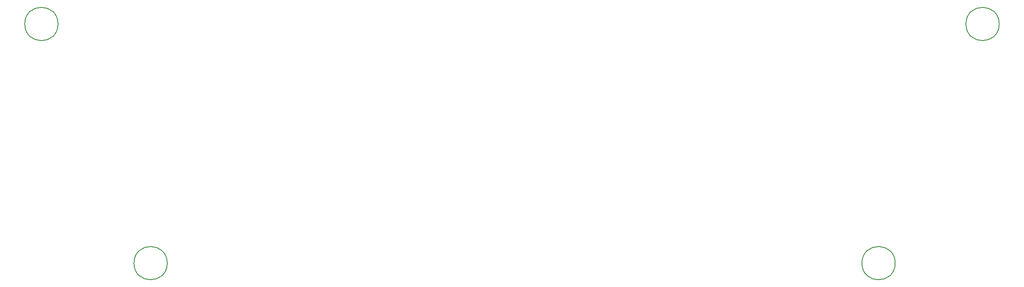
<source format=gbr>
%TF.GenerationSoftware,KiCad,Pcbnew,8.0.4+1*%
%TF.CreationDate,2024-10-13T09:49:30+00:00*%
%TF.ProjectId,nixie,6e697869-652e-46b6-9963-61645f706362,v1.0*%
%TF.SameCoordinates,Original*%
%TF.FileFunction,Other,Comment*%
%FSLAX46Y46*%
G04 Gerber Fmt 4.6, Leading zero omitted, Abs format (unit mm)*
G04 Created by KiCad (PCBNEW 8.0.4+1) date 2024-10-13 09:49:30*
%MOMM*%
%LPD*%
G01*
G04 APERTURE LIST*
%ADD10C,0.150000*%
G04 APERTURE END LIST*
D10*
%TO.C,H4*%
X100200000Y-111000000D02*
G75*
G02*
X93800000Y-111000000I-3200000J0D01*
G01*
X93800000Y-111000000D02*
G75*
G02*
X100200000Y-111000000I3200000J0D01*
G01*
%TO.C,H2*%
X260200000Y-65000000D02*
G75*
G02*
X253800000Y-65000000I-3200000J0D01*
G01*
X253800000Y-65000000D02*
G75*
G02*
X260200000Y-65000000I3200000J0D01*
G01*
%TO.C,H3*%
X240200000Y-111000000D02*
G75*
G02*
X233800000Y-111000000I-3200000J0D01*
G01*
X233800000Y-111000000D02*
G75*
G02*
X240200000Y-111000000I3200000J0D01*
G01*
%TO.C,H1*%
X79200000Y-65000000D02*
G75*
G02*
X72800000Y-65000000I-3200000J0D01*
G01*
X72800000Y-65000000D02*
G75*
G02*
X79200000Y-65000000I3200000J0D01*
G01*
%TD*%
M02*

</source>
